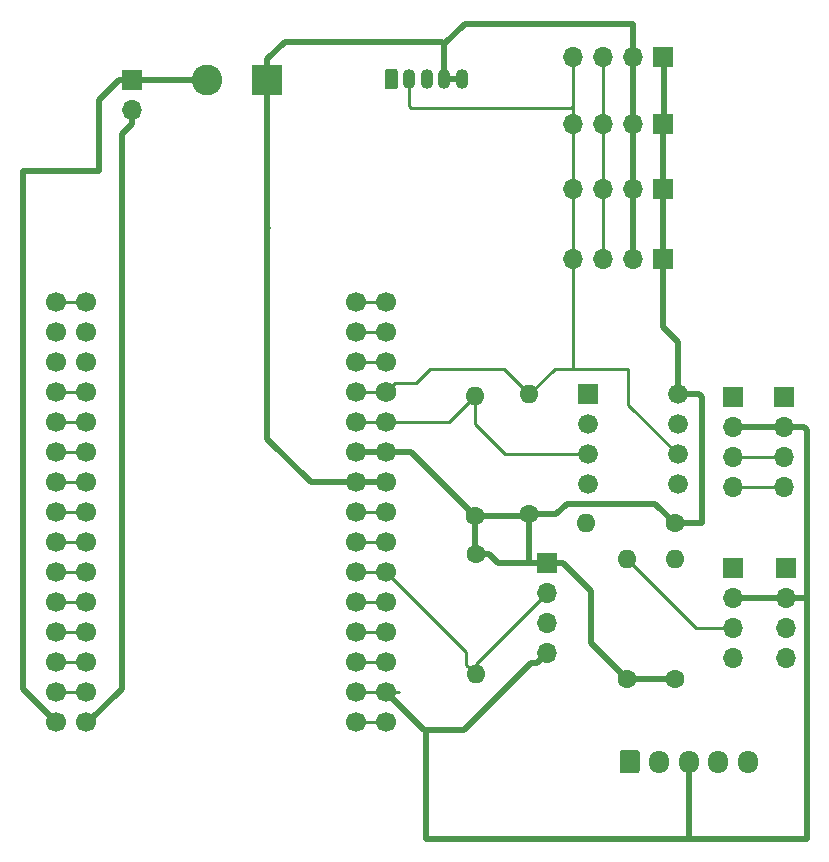
<source format=gbr>
G04 #@! TF.GenerationSoftware,KiCad,Pcbnew,(5.1.2)-2*
G04 #@! TF.CreationDate,2019-07-16T11:55:39+02:00*
G04 #@! TF.ProjectId,Airrohr_pcb,41697272-6f68-4725-9f70-63622e6b6963,rev?*
G04 #@! TF.SameCoordinates,Original*
G04 #@! TF.FileFunction,Copper,L2,Bot*
G04 #@! TF.FilePolarity,Positive*
%FSLAX46Y46*%
G04 Gerber Fmt 4.6, Leading zero omitted, Abs format (unit mm)*
G04 Created by KiCad (PCBNEW (5.1.2)-2) date 2019-07-16 11:55:39*
%MOMM*%
%LPD*%
G04 APERTURE LIST*
%ADD10O,1.700000X1.950000*%
%ADD11C,0.100000*%
%ADD12C,1.700000*%
%ADD13O,1.700000X1.700000*%
%ADD14R,1.700000X1.700000*%
%ADD15C,1.740000*%
%ADD16O,1.600000X1.600000*%
%ADD17C,1.600000*%
%ADD18C,1.676400*%
%ADD19R,1.676400X1.676400*%
%ADD20O,1.100000X1.700000*%
%ADD21C,1.100000*%
%ADD22C,2.600000*%
%ADD23R,2.600000X2.600000*%
%ADD24C,0.250000*%
%ADD25C,0.500000*%
G04 APERTURE END LIST*
D10*
X202278000Y-80772000D03*
X199778000Y-80772000D03*
X197278000Y-80772000D03*
X194778000Y-80772000D03*
D11*
G36*
X192902504Y-79798204D02*
G01*
X192926773Y-79801804D01*
X192950571Y-79807765D01*
X192973671Y-79816030D01*
X192995849Y-79826520D01*
X193016893Y-79839133D01*
X193036598Y-79853747D01*
X193054777Y-79870223D01*
X193071253Y-79888402D01*
X193085867Y-79908107D01*
X193098480Y-79929151D01*
X193108970Y-79951329D01*
X193117235Y-79974429D01*
X193123196Y-79998227D01*
X193126796Y-80022496D01*
X193128000Y-80047000D01*
X193128000Y-81497000D01*
X193126796Y-81521504D01*
X193123196Y-81545773D01*
X193117235Y-81569571D01*
X193108970Y-81592671D01*
X193098480Y-81614849D01*
X193085867Y-81635893D01*
X193071253Y-81655598D01*
X193054777Y-81673777D01*
X193036598Y-81690253D01*
X193016893Y-81704867D01*
X192995849Y-81717480D01*
X192973671Y-81727970D01*
X192950571Y-81736235D01*
X192926773Y-81742196D01*
X192902504Y-81745796D01*
X192878000Y-81747000D01*
X191678000Y-81747000D01*
X191653496Y-81745796D01*
X191629227Y-81742196D01*
X191605429Y-81736235D01*
X191582329Y-81727970D01*
X191560151Y-81717480D01*
X191539107Y-81704867D01*
X191519402Y-81690253D01*
X191501223Y-81673777D01*
X191484747Y-81655598D01*
X191470133Y-81635893D01*
X191457520Y-81614849D01*
X191447030Y-81592671D01*
X191438765Y-81569571D01*
X191432804Y-81545773D01*
X191429204Y-81521504D01*
X191428000Y-81497000D01*
X191428000Y-80047000D01*
X191429204Y-80022496D01*
X191432804Y-79998227D01*
X191438765Y-79974429D01*
X191447030Y-79951329D01*
X191457520Y-79929151D01*
X191470133Y-79908107D01*
X191484747Y-79888402D01*
X191501223Y-79870223D01*
X191519402Y-79853747D01*
X191539107Y-79839133D01*
X191560151Y-79826520D01*
X191582329Y-79816030D01*
X191605429Y-79807765D01*
X191629227Y-79801804D01*
X191653496Y-79798204D01*
X191678000Y-79797000D01*
X192878000Y-79797000D01*
X192902504Y-79798204D01*
X192902504Y-79798204D01*
G37*
D12*
X192278000Y-80772000D03*
D13*
X187452000Y-38227000D03*
X189992000Y-38227000D03*
X192532000Y-38227000D03*
D14*
X195072000Y-38227000D03*
D13*
X187452000Y-26797000D03*
X189992000Y-26797000D03*
X192532000Y-26797000D03*
D14*
X195072000Y-26797000D03*
D13*
X187452000Y-21082000D03*
X189992000Y-21082000D03*
X192532000Y-21082000D03*
D14*
X195072000Y-21082000D03*
D12*
X169138600Y-44399200D03*
X169138600Y-49479200D03*
X169138600Y-46939200D03*
X169138600Y-67259200D03*
X169138600Y-64719200D03*
X169138600Y-59639200D03*
X169138600Y-62179200D03*
X169138600Y-77419200D03*
X169138600Y-57099200D03*
X169138600Y-52019200D03*
X169138600Y-54559200D03*
X169138600Y-69799200D03*
X169138600Y-74879200D03*
X169138600Y-72339200D03*
X169138600Y-41859200D03*
X146278600Y-77419200D03*
X146278600Y-74879200D03*
X146278600Y-72339200D03*
X146278600Y-69799200D03*
X146278600Y-67259200D03*
X146278600Y-64719200D03*
X146278600Y-62179200D03*
X146278600Y-59639200D03*
X146278600Y-57099200D03*
X146278600Y-54559200D03*
X146278600Y-52019200D03*
X146278600Y-49479200D03*
X146278600Y-46939200D03*
X146278600Y-44399200D03*
X146278600Y-41859200D03*
X171653200Y-41833800D03*
X171653200Y-44373800D03*
X171653200Y-46913800D03*
D15*
X171653200Y-49453800D03*
D12*
X171653200Y-51993800D03*
X171653200Y-54533800D03*
X171653200Y-57073800D03*
X171653200Y-59613800D03*
X171653200Y-62153800D03*
X171653200Y-64693800D03*
X171653200Y-67233800D03*
X171653200Y-69773800D03*
X171653200Y-72313800D03*
X171653200Y-74853800D03*
X171653200Y-77393800D03*
X143713200Y-77393800D03*
X143713200Y-74853800D03*
X143713200Y-72313800D03*
X143713200Y-69773800D03*
X143713200Y-67233800D03*
X143713200Y-64693800D03*
X143713200Y-62153800D03*
X143713200Y-59613800D03*
X143713200Y-57073800D03*
X143713200Y-54533800D03*
X143713200Y-51993800D03*
X143713200Y-49453800D03*
X143713200Y-46913800D03*
X143713200Y-44373800D03*
X143713200Y-41833800D03*
D13*
X187452000Y-32258000D03*
X189992000Y-32258000D03*
X192532000Y-32258000D03*
D14*
X195072000Y-32258000D03*
D13*
X205359000Y-57531000D03*
X205359000Y-54991000D03*
X205359000Y-52451000D03*
D14*
X205359000Y-49911000D03*
D13*
X201041000Y-57531000D03*
X201041000Y-54991000D03*
X201041000Y-52451000D03*
D14*
X201041000Y-49911000D03*
D13*
X205486000Y-72009000D03*
X205486000Y-69469000D03*
X205486000Y-66929000D03*
D14*
X205486000Y-64389000D03*
D13*
X201041000Y-72009000D03*
X201041000Y-69469000D03*
X201041000Y-66929000D03*
D14*
X201041000Y-64389000D03*
D16*
X188588000Y-60579000D03*
D17*
X196088000Y-60579000D03*
D18*
X196342000Y-49657000D03*
X196342000Y-52197000D03*
X196342000Y-54737000D03*
X196342000Y-57277000D03*
X188722000Y-57277000D03*
X188722000Y-54737000D03*
X188722000Y-52197000D03*
D19*
X188722000Y-49657000D03*
D20*
X178085000Y-22987000D03*
X176585000Y-22987000D03*
X175085000Y-22987000D03*
X173585000Y-22987000D03*
D11*
G36*
X172489149Y-22137779D02*
G01*
X172504846Y-22140107D01*
X172520239Y-22143963D01*
X172535180Y-22149309D01*
X172549525Y-22156093D01*
X172563136Y-22164251D01*
X172575881Y-22173704D01*
X172587639Y-22184361D01*
X172598296Y-22196119D01*
X172607749Y-22208864D01*
X172615907Y-22222475D01*
X172622691Y-22236820D01*
X172628037Y-22251761D01*
X172631893Y-22267154D01*
X172634221Y-22282851D01*
X172635000Y-22298700D01*
X172635000Y-23675300D01*
X172634221Y-23691149D01*
X172631893Y-23706846D01*
X172628037Y-23722239D01*
X172622691Y-23737180D01*
X172615907Y-23751525D01*
X172607749Y-23765136D01*
X172598296Y-23777881D01*
X172587639Y-23789639D01*
X172575881Y-23800296D01*
X172563136Y-23809749D01*
X172549525Y-23817907D01*
X172535180Y-23824691D01*
X172520239Y-23830037D01*
X172504846Y-23833893D01*
X172489149Y-23836221D01*
X172473300Y-23837000D01*
X171696700Y-23837000D01*
X171680851Y-23836221D01*
X171665154Y-23833893D01*
X171649761Y-23830037D01*
X171634820Y-23824691D01*
X171620475Y-23817907D01*
X171606864Y-23809749D01*
X171594119Y-23800296D01*
X171582361Y-23789639D01*
X171571704Y-23777881D01*
X171562251Y-23765136D01*
X171554093Y-23751525D01*
X171547309Y-23737180D01*
X171541963Y-23722239D01*
X171538107Y-23706846D01*
X171535779Y-23691149D01*
X171535000Y-23675300D01*
X171535000Y-22298700D01*
X171535779Y-22282851D01*
X171538107Y-22267154D01*
X171541963Y-22251761D01*
X171547309Y-22236820D01*
X171554093Y-22222475D01*
X171562251Y-22208864D01*
X171571704Y-22196119D01*
X171582361Y-22184361D01*
X171594119Y-22173704D01*
X171606864Y-22164251D01*
X171620475Y-22156093D01*
X171634820Y-22149309D01*
X171649761Y-22143963D01*
X171665154Y-22140107D01*
X171680851Y-22137779D01*
X171696700Y-22137000D01*
X172473300Y-22137000D01*
X172489149Y-22137779D01*
X172489149Y-22137779D01*
G37*
D21*
X172085000Y-22987000D03*
D16*
X196088000Y-63627000D03*
D17*
X196088000Y-73787000D03*
D16*
X192024000Y-63627000D03*
D17*
X192024000Y-73787000D03*
D16*
X179197000Y-49784000D03*
D17*
X179197000Y-59944000D03*
D16*
X183769000Y-49657000D03*
D17*
X183769000Y-59817000D03*
D16*
X179247800Y-73380600D03*
D17*
X179247800Y-63220600D03*
D13*
X185267600Y-71577200D03*
X185267600Y-69037200D03*
X185267600Y-66497200D03*
D14*
X185267600Y-63957200D03*
D13*
X150114000Y-25603200D03*
D14*
X150114000Y-23063200D03*
D22*
X156514800Y-23088600D03*
D23*
X161594800Y-23088600D03*
D24*
X171627800Y-41859200D02*
X171653200Y-41833800D01*
X169138600Y-41859200D02*
X171627800Y-41859200D01*
X171627800Y-59639200D02*
X171653200Y-59613800D01*
X169138600Y-59639200D02*
X171627800Y-59639200D01*
X171627800Y-62179200D02*
X171653200Y-62153800D01*
X169138600Y-62179200D02*
X171627800Y-62179200D01*
X169138600Y-67259200D02*
X172161200Y-67259200D01*
X172135800Y-67233800D02*
X171653200Y-67233800D01*
X172161200Y-67259200D02*
X172135800Y-67233800D01*
X171627800Y-69799200D02*
X171653200Y-69773800D01*
X169138600Y-69799200D02*
X171627800Y-69799200D01*
X171627800Y-72339200D02*
X171653200Y-72313800D01*
X169138600Y-72339200D02*
X171627800Y-72339200D01*
X146253200Y-72313800D02*
X146278600Y-72339200D01*
X143713200Y-72313800D02*
X146253200Y-72313800D01*
X146253200Y-69773800D02*
X146278600Y-69799200D01*
X143713200Y-69773800D02*
X146253200Y-69773800D01*
X146253200Y-62153800D02*
X146278600Y-62179200D01*
X143713200Y-62153800D02*
X146253200Y-62153800D01*
X146253200Y-59613800D02*
X146278600Y-59639200D01*
X143713200Y-59613800D02*
X146253200Y-59613800D01*
X146253200Y-57073800D02*
X146278600Y-57099200D01*
X143713200Y-57073800D02*
X146253200Y-57073800D01*
X146253200Y-54533800D02*
X146278600Y-54559200D01*
X143713200Y-54533800D02*
X146253200Y-54533800D01*
X146253200Y-51993800D02*
X146278600Y-52019200D01*
X143713200Y-51993800D02*
X146253200Y-51993800D01*
X146253200Y-49453800D02*
X146278600Y-49479200D01*
X143713200Y-49453800D02*
X146253200Y-49453800D01*
X146253200Y-41833800D02*
X146278600Y-41859200D01*
X143713200Y-41833800D02*
X146253200Y-41833800D01*
X171627800Y-57099200D02*
X171653200Y-57073800D01*
D25*
X169138600Y-57099200D02*
X171627800Y-57099200D01*
D24*
X171627800Y-74879200D02*
X171653200Y-74853800D01*
X169138600Y-74879200D02*
X171627800Y-74879200D01*
X146253200Y-74853800D02*
X146278600Y-74879200D01*
X143713200Y-74853800D02*
X146253200Y-74853800D01*
X146253200Y-64693800D02*
X146278600Y-64719200D01*
X143713200Y-64693800D02*
X146253200Y-64693800D01*
X168986200Y-57099200D02*
X169138600Y-57099200D01*
X171653200Y-74853800D02*
X172730830Y-74853800D01*
D25*
X175006000Y-78206600D02*
X175006000Y-87274400D01*
X175006000Y-87274400D02*
X185013600Y-87274400D01*
D24*
X184912000Y-87274400D02*
X185013600Y-87274400D01*
D25*
X184417601Y-72427199D02*
X183909601Y-72427199D01*
X185267600Y-71577200D02*
X184417601Y-72427199D01*
X178282600Y-78054200D02*
X174853600Y-78054200D01*
X183909601Y-72427199D02*
X178282600Y-78054200D01*
X171653200Y-74853800D02*
X174853600Y-78054200D01*
D24*
X174853600Y-78054200D02*
X175006000Y-78206600D01*
D25*
X205486000Y-66929000D02*
X207264000Y-66929000D01*
X207264000Y-66929000D02*
X207264000Y-85725000D01*
X201041000Y-66929000D02*
X205486000Y-66929000D01*
X201041000Y-52451000D02*
X205359000Y-52451000D01*
X205359000Y-52451000D02*
X207010000Y-52451000D01*
X207264000Y-52705000D02*
X207264000Y-66929000D01*
X207010000Y-52451000D02*
X207264000Y-52705000D01*
X178085000Y-22987000D02*
X176585000Y-22987000D01*
X176585000Y-20011000D02*
X176585000Y-22987000D01*
X161594800Y-23088600D02*
X161594800Y-21288600D01*
X161594800Y-21288600D02*
X163071400Y-19812000D01*
X176386000Y-19812000D02*
X176585000Y-20011000D01*
X163071400Y-19812000D02*
X176386000Y-19812000D01*
X161594800Y-23088600D02*
X161594800Y-35610800D01*
X161594800Y-35610800D02*
X161594800Y-49707800D01*
X161645600Y-35560000D02*
X161594800Y-35610800D01*
X169138600Y-57099200D02*
X165277800Y-57099200D01*
X161594800Y-53416200D02*
X161594800Y-49707800D01*
X165277800Y-57099200D02*
X161594800Y-53416200D01*
X176585000Y-20011000D02*
X178308000Y-18288000D01*
X178308000Y-18288000D02*
X192532000Y-18288000D01*
X192659000Y-26670000D02*
X192532000Y-26797000D01*
X192532000Y-26797000D02*
X192532000Y-32258000D01*
X192532000Y-33460081D02*
X192532000Y-38227000D01*
X192532000Y-32258000D02*
X192532000Y-33460081D01*
X192532000Y-22284081D02*
X192532000Y-26797000D01*
X192532000Y-21082000D02*
X192532000Y-22284081D01*
X192532000Y-21082000D02*
X192532000Y-18288000D01*
X185013600Y-87274400D02*
X193700400Y-87274400D01*
X207264000Y-87249000D02*
X207264000Y-85725000D01*
X207289400Y-87274400D02*
X207264000Y-87249000D01*
X197278000Y-87125800D02*
X197129400Y-87274400D01*
X197278000Y-80772000D02*
X197278000Y-87125800D01*
X193700400Y-87274400D02*
X197129400Y-87274400D01*
X197129400Y-87274400D02*
X207289400Y-87274400D01*
D24*
X171627800Y-54559200D02*
X171653200Y-54533800D01*
D25*
X169138600Y-54559200D02*
X171627800Y-54559200D01*
D24*
X171627800Y-77419200D02*
X171653200Y-77393800D01*
X169138600Y-77419200D02*
X171627800Y-77419200D01*
X146253200Y-67233800D02*
X146278600Y-67259200D01*
X143713200Y-67233800D02*
X146253200Y-67233800D01*
X184531000Y-63220600D02*
X185267600Y-63957200D01*
X179247800Y-62128400D02*
X179247800Y-63220600D01*
D25*
X173786800Y-54533800D02*
X179197000Y-59944000D01*
X171653200Y-54533800D02*
X173786800Y-54533800D01*
D24*
X179197000Y-63169800D02*
X179247800Y-63220600D01*
D25*
X179197000Y-59944000D02*
X179197000Y-63169800D01*
D24*
X183642000Y-59944000D02*
X183769000Y-59817000D01*
D25*
X179197000Y-59944000D02*
X183642000Y-59944000D01*
X192024000Y-73787000D02*
X196088000Y-73787000D01*
X196215000Y-60579000D02*
X198374000Y-60579000D01*
X198374000Y-60579000D02*
X198374000Y-49911000D01*
X198120000Y-49657000D02*
X196342000Y-49657000D01*
X198374000Y-49911000D02*
X198120000Y-49657000D01*
X186617600Y-63957200D02*
X188976000Y-66315600D01*
X185267600Y-63957200D02*
X186617600Y-63957200D01*
X188976000Y-70739000D02*
X192024000Y-73787000D01*
X188976000Y-66315600D02*
X188976000Y-70739000D01*
X183769000Y-59817000D02*
X186055000Y-59817000D01*
X186055000Y-59817000D02*
X186944000Y-58928000D01*
X194437000Y-58928000D02*
X196088000Y-60579000D01*
X186944000Y-58928000D02*
X194437000Y-58928000D01*
X196342000Y-49657000D02*
X196342000Y-45212000D01*
X195072000Y-43942000D02*
X195072000Y-38227000D01*
X196342000Y-45212000D02*
X195072000Y-43942000D01*
X195072000Y-38227000D02*
X195072000Y-32258000D01*
X195072000Y-32258000D02*
X195072000Y-26797000D01*
X195199000Y-26670000D02*
X195072000Y-26797000D01*
X195199000Y-21082000D02*
X195199000Y-26670000D01*
X181115770Y-63957200D02*
X185267600Y-63957200D01*
X179247800Y-63220600D02*
X180379170Y-63220600D01*
X180379170Y-63220600D02*
X181115770Y-63957200D01*
X183917600Y-63957200D02*
X185267600Y-63957200D01*
X183769000Y-63808600D02*
X183917600Y-63957200D01*
X183769000Y-59817000D02*
X183769000Y-63808600D01*
D24*
X150139400Y-23088600D02*
X150114000Y-23063200D01*
D25*
X156514800Y-23088600D02*
X150139400Y-23088600D01*
X140893800Y-74574400D02*
X143713200Y-77393800D01*
X140893800Y-30784800D02*
X140893800Y-74574400D01*
X147320000Y-30784800D02*
X140893800Y-30784800D01*
X147320000Y-24757200D02*
X147320000Y-30784800D01*
X149014000Y-23063200D02*
X147320000Y-24757200D01*
X150114000Y-23063200D02*
X149014000Y-23063200D01*
D24*
X171627800Y-44399200D02*
X171653200Y-44373800D01*
X169138600Y-44399200D02*
X171627800Y-44399200D01*
X171627800Y-46939200D02*
X171653200Y-46913800D01*
X169138600Y-46939200D02*
X171627800Y-46939200D01*
X200449200Y-81049400D02*
X200449200Y-80924400D01*
D25*
X150114000Y-26805281D02*
X149275800Y-27643481D01*
X150114000Y-25603200D02*
X150114000Y-26805281D01*
D24*
X146431000Y-77419200D02*
X146278600Y-77419200D01*
D25*
X149275800Y-74574400D02*
X146431000Y-77419200D01*
X149275800Y-27643481D02*
X149275800Y-74574400D01*
D24*
X171627800Y-64719200D02*
X171653200Y-64693800D01*
X169138600Y-64719200D02*
X171627800Y-64719200D01*
X179247800Y-72517000D02*
X179247800Y-73380600D01*
X185267600Y-66497200D02*
X179247800Y-72517000D01*
X172415199Y-65455799D02*
X171653200Y-64693800D01*
X178447801Y-71488401D02*
X172415199Y-65455799D01*
X178447801Y-72580601D02*
X178447801Y-71488401D01*
X179247800Y-73380600D02*
X178447801Y-72580601D01*
X171627800Y-49479200D02*
X171653200Y-49453800D01*
X169138600Y-49479200D02*
X171627800Y-49479200D01*
X172415199Y-48691801D02*
X174193199Y-48691801D01*
X171653200Y-49453800D02*
X172415199Y-48691801D01*
X174193199Y-48691801D02*
X175387000Y-47498000D01*
X181610000Y-47498000D02*
X183769000Y-49657000D01*
X204156919Y-57531000D02*
X201041000Y-57531000D01*
X205359000Y-57531000D02*
X204156919Y-57531000D01*
X183769000Y-49657000D02*
X185928000Y-47498000D01*
X192151000Y-50546000D02*
X196342000Y-54737000D01*
X192151000Y-47498000D02*
X192151000Y-50546000D01*
X175387000Y-47498000D02*
X179197000Y-47498000D01*
X179197000Y-47498000D02*
X181610000Y-47498000D01*
X182499000Y-25400000D02*
X173736000Y-25400000D01*
X173585000Y-25249000D02*
X173585000Y-22987000D01*
X173736000Y-25400000D02*
X173585000Y-25249000D01*
X187452000Y-39429081D02*
X187452000Y-47498000D01*
X187452000Y-38227000D02*
X187452000Y-39429081D01*
X185928000Y-47498000D02*
X187452000Y-47498000D01*
X187452000Y-47498000D02*
X192151000Y-47498000D01*
X187452000Y-21082000D02*
X187452000Y-22284081D01*
X187452000Y-26797000D02*
X187452000Y-32258000D01*
X187452000Y-33460081D02*
X187452000Y-38227000D01*
X187452000Y-32258000D02*
X187452000Y-33460081D01*
X183896000Y-25400000D02*
X183769000Y-25400000D01*
X183769000Y-25400000D02*
X182499000Y-25400000D01*
X187452000Y-26797000D02*
X187452000Y-25594919D01*
X187325000Y-25400000D02*
X187452000Y-25273000D01*
X183769000Y-25400000D02*
X187325000Y-25400000D01*
X187452000Y-22284081D02*
X187452000Y-25273000D01*
X187452000Y-25273000D02*
X187452000Y-26797000D01*
X171627800Y-52019200D02*
X171653200Y-51993800D01*
X169138600Y-52019200D02*
X171627800Y-52019200D01*
X176987200Y-51993800D02*
X179197000Y-49784000D01*
X171653200Y-51993800D02*
X176987200Y-51993800D01*
X179197000Y-49784000D02*
X179197000Y-52197000D01*
X181737000Y-54737000D02*
X181864000Y-54737000D01*
X179197000Y-52197000D02*
X181737000Y-54737000D01*
X188722000Y-54737000D02*
X181864000Y-54737000D01*
X181864000Y-54737000D02*
X181610000Y-54737000D01*
X205359000Y-54991000D02*
X201041000Y-54991000D01*
X189992000Y-21082000D02*
X189992000Y-26797000D01*
X189992000Y-26797000D02*
X189992000Y-32258000D01*
X189992000Y-32258000D02*
X189992000Y-38227000D01*
X197866000Y-69469000D02*
X192024000Y-63627000D01*
X201041000Y-69469000D02*
X197866000Y-69469000D01*
M02*

</source>
